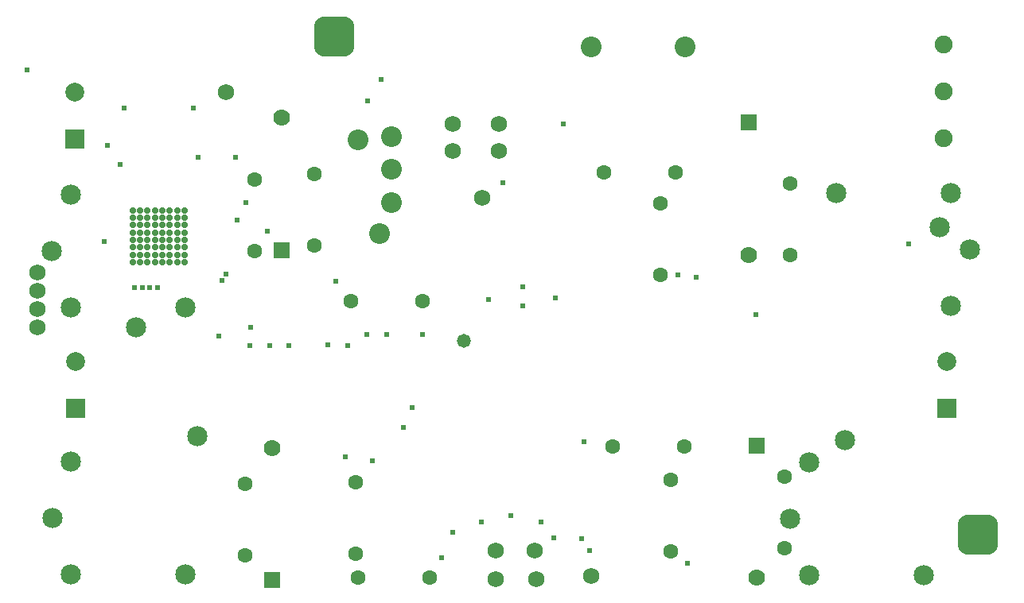
<source format=gbs>
G04 Layer_Color=16711935*
%FSLAX25Y25*%
%MOIN*%
G70*
G01*
G75*
%ADD70C,0.06800*%
%ADD73C,0.08477*%
%ADD74C,0.06312*%
%ADD75C,0.08674*%
%ADD76C,0.02800*%
%ADD77C,0.08674*%
%ADD78C,0.07493*%
%ADD79R,0.07001X0.07001*%
%ADD80C,0.07001*%
%ADD81R,0.07887X0.07887*%
%ADD82C,0.07887*%
G04:AMPARAMS|DCode=83|XSize=168mil|YSize=168mil|CornerRadius=44mil|HoleSize=0mil|Usage=FLASHONLY|Rotation=0.000|XOffset=0mil|YOffset=0mil|HoleType=Round|Shape=RoundedRectangle|*
%AMROUNDEDRECTD83*
21,1,0.16800,0.08000,0,0,0.0*
21,1,0.08000,0.16800,0,0,0.0*
1,1,0.08800,0.04000,-0.04000*
1,1,0.08800,-0.04000,-0.04000*
1,1,0.08800,-0.04000,0.04000*
1,1,0.08800,0.04000,0.04000*
%
%ADD83ROUNDEDRECTD83*%
%ADD84C,0.02400*%
%ADD85C,0.05800*%
D70*
X193000Y166500D02*
D03*
X215500Y6500D02*
D03*
X198500D02*
D03*
X200000Y186000D02*
D03*
X180500D02*
D03*
X215000Y18500D02*
D03*
X198500D02*
D03*
X200000Y197500D02*
D03*
X180500D02*
D03*
X6500Y135167D02*
D03*
Y127500D02*
D03*
Y119833D02*
D03*
Y112167D02*
D03*
X238500Y7800D02*
D03*
X85500Y210900D02*
D03*
D73*
X345000Y64800D02*
D03*
X384500Y154274D02*
D03*
X389326Y121278D02*
D03*
X397200Y144900D02*
D03*
X389326Y168522D02*
D03*
X341295D02*
D03*
X329969Y55344D02*
D03*
X322094Y31722D02*
D03*
X329969Y8100D02*
D03*
X378000D02*
D03*
X20500Y167744D02*
D03*
X12626Y144122D02*
D03*
X20500Y120500D02*
D03*
X68532D02*
D03*
X68805Y8478D02*
D03*
X20774D02*
D03*
X12900Y32100D02*
D03*
X20774Y55722D02*
D03*
X73600Y66400D02*
D03*
X47900Y112000D02*
D03*
D74*
X97500Y144000D02*
D03*
Y174000D02*
D03*
X168000Y123000D02*
D03*
X138000D02*
D03*
X122500Y146500D02*
D03*
Y176500D02*
D03*
X322000Y172500D02*
D03*
Y142500D02*
D03*
X244000Y177000D02*
D03*
X274000D02*
D03*
X267500Y164000D02*
D03*
Y134000D02*
D03*
X319500Y49500D02*
D03*
Y19500D02*
D03*
X247500Y62000D02*
D03*
X277500D02*
D03*
X272000Y48000D02*
D03*
Y18000D02*
D03*
X93500Y16500D02*
D03*
Y46500D02*
D03*
X171000Y7000D02*
D03*
X141000D02*
D03*
X140000Y17000D02*
D03*
Y47000D02*
D03*
D75*
X140972Y190685D02*
D03*
X150028Y151315D02*
D03*
D76*
X68300Y139500D02*
D03*
X65200D02*
D03*
X62100D02*
D03*
X59000D02*
D03*
X55900D02*
D03*
X52800D02*
D03*
X49700D02*
D03*
X46600D02*
D03*
X68300Y142600D02*
D03*
X65200D02*
D03*
X62100D02*
D03*
X59000D02*
D03*
X55900D02*
D03*
X52800D02*
D03*
X49700D02*
D03*
X46600D02*
D03*
X68300Y145700D02*
D03*
X65200D02*
D03*
X62100D02*
D03*
X59000D02*
D03*
X55900D02*
D03*
X52800D02*
D03*
X49700D02*
D03*
X46600D02*
D03*
X68300Y148800D02*
D03*
X65200D02*
D03*
X62100D02*
D03*
X59000D02*
D03*
X55900D02*
D03*
X52800D02*
D03*
X49700D02*
D03*
X46600D02*
D03*
X68300Y151900D02*
D03*
X65200D02*
D03*
X62100D02*
D03*
X59000D02*
D03*
X55900D02*
D03*
X52800D02*
D03*
X49700D02*
D03*
X46600D02*
D03*
X68300Y155000D02*
D03*
X65200D02*
D03*
X62100D02*
D03*
X59000D02*
D03*
X55900D02*
D03*
X52800D02*
D03*
X49700D02*
D03*
X46600D02*
D03*
X68300Y158100D02*
D03*
X65200D02*
D03*
X62100D02*
D03*
X59000D02*
D03*
X55900D02*
D03*
X52800D02*
D03*
X49700D02*
D03*
X46600D02*
D03*
X68300Y161200D02*
D03*
X65200D02*
D03*
X62100D02*
D03*
X59000D02*
D03*
X55900D02*
D03*
X52800D02*
D03*
X49700D02*
D03*
X46600D02*
D03*
D77*
X278000Y229660D02*
D03*
X238620D02*
D03*
X155020Y192100D02*
D03*
Y178330D02*
D03*
Y164540D02*
D03*
D78*
X386300Y191400D02*
D03*
Y211085D02*
D03*
Y230770D02*
D03*
D79*
X105000Y5988D02*
D03*
X109000Y144500D02*
D03*
X304500Y198000D02*
D03*
X308000Y62512D02*
D03*
D80*
X105000Y61500D02*
D03*
X109000Y200012D02*
D03*
X304500Y142488D02*
D03*
X308000Y7000D02*
D03*
D81*
X22800Y78100D02*
D03*
X22300Y191200D02*
D03*
X387600Y78015D02*
D03*
D82*
X22800Y97785D02*
D03*
X22300Y210885D02*
D03*
X387600Y97700D02*
D03*
D83*
X400500Y25100D02*
D03*
X130900Y234200D02*
D03*
D84*
X201500Y172800D02*
D03*
X371800Y147000D02*
D03*
X53700Y128700D02*
D03*
X56900Y128800D02*
D03*
X84000Y131800D02*
D03*
X85800Y134500D02*
D03*
X47200Y128800D02*
D03*
X50600D02*
D03*
X275000Y134000D02*
D03*
X282500Y133000D02*
D03*
X145000Y207000D02*
D03*
X227000Y197500D02*
D03*
X210000Y121000D02*
D03*
X223500Y124500D02*
D03*
X210000Y129000D02*
D03*
X307500Y117500D02*
D03*
X279000Y13000D02*
D03*
X238000Y18500D02*
D03*
X217500Y30500D02*
D03*
X205000Y33000D02*
D03*
X192500Y30500D02*
D03*
X180500Y26000D02*
D03*
X176000Y15500D02*
D03*
X235500Y64000D02*
D03*
X160000Y70000D02*
D03*
X147000Y56000D02*
D03*
X135780Y57721D02*
D03*
X131500Y131500D02*
D03*
X103000Y152500D02*
D03*
X90300Y157100D02*
D03*
X93900Y164411D02*
D03*
X89800Y183300D02*
D03*
X41300Y180300D02*
D03*
X36000Y188500D02*
D03*
X73900Y183600D02*
D03*
X72000Y204000D02*
D03*
X43000D02*
D03*
X96000Y112000D02*
D03*
X95500Y104500D02*
D03*
X104000D02*
D03*
X112000D02*
D03*
X128400Y104700D02*
D03*
X136500Y104600D02*
D03*
X144500Y109000D02*
D03*
X153000D02*
D03*
X168000D02*
D03*
X82800Y108600D02*
D03*
X34600Y148100D02*
D03*
X2400Y220100D02*
D03*
X223000Y23700D02*
D03*
X234800Y23300D02*
D03*
X195500Y123900D02*
D03*
X150500Y216000D02*
D03*
X163600Y78400D02*
D03*
D85*
X185400Y106300D02*
D03*
M02*

</source>
